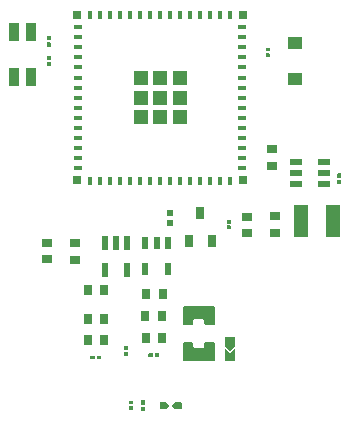
<source format=gbp>
G04*
G04 #@! TF.GenerationSoftware,Altium Limited,Altium Designer,24.2.2 (26)*
G04*
G04 Layer_Color=128*
%FSLAX44Y44*%
%MOMM*%
G71*
G04*
G04 #@! TF.SameCoordinates,B64C3CBE-EE26-4C86-9773-21E75D238B38*
G04*
G04*
G04 #@! TF.FilePolarity,Positive*
G04*
G01*
G75*
%ADD47R,1.2000X1.0000*%
%ADD48R,0.9000X1.5000*%
%ADD51R,0.8000X1.0000*%
%ADD53R,0.8000X0.4000*%
%ADD54R,0.4000X0.8000*%
%ADD55R,0.8000X0.8000*%
%ADD56R,1.2000X1.2000*%
%ADD57R,1.1000X0.5500*%
%ADD58R,1.3000X2.7200*%
%ADD59R,0.4900X1.1570*%
%ADD60R,0.4900X1.1750*%
%ADD62R,0.9000X0.8000*%
%ADD63R,0.6000X1.0000*%
%ADD64R,0.8000X0.9000*%
G36*
X83154Y412014D02*
Y408720D01*
X82914Y408480D01*
X80154D01*
X79914Y408720D01*
Y412014D01*
X80154Y412254D01*
X82914D01*
X83154Y412014D01*
D02*
G37*
G36*
Y406620D02*
Y403326D01*
X82914Y403086D01*
X80154D01*
X79914Y403326D01*
Y406620D01*
X80154Y406860D01*
X82914D01*
X83154Y406620D01*
D02*
G37*
G36*
X268574Y401963D02*
Y399322D01*
X268334Y399082D01*
X265574D01*
X265334Y399322D01*
Y401963D01*
X265574Y402203D01*
X268334D01*
X268574Y401963D01*
D02*
G37*
G36*
Y397222D02*
Y394581D01*
X268334Y394341D01*
X265574D01*
X265334Y394581D01*
Y397222D01*
X265574Y397462D01*
X268334D01*
X268574Y397222D01*
D02*
G37*
G36*
X83408Y394727D02*
Y392086D01*
X83168Y391846D01*
X80408D01*
X80168Y392086D01*
Y394727D01*
X80408Y394967D01*
X83168D01*
X83408Y394727D01*
D02*
G37*
G36*
Y389986D02*
Y387344D01*
X83168Y387104D01*
X80408D01*
X80168Y387344D01*
Y389986D01*
X80408Y390225D01*
X83168D01*
X83408Y389986D01*
D02*
G37*
G36*
X329280Y295682D02*
Y292388D01*
X329040Y292148D01*
X326280D01*
X326040Y292388D01*
Y295682D01*
X326280Y295922D01*
X329040D01*
X329280Y295682D01*
D02*
G37*
G36*
Y290288D02*
Y286994D01*
X329040Y286754D01*
X326280D01*
X326040Y286994D01*
Y290288D01*
X326280Y290528D01*
X329040D01*
X329280Y290288D01*
D02*
G37*
G36*
X186850Y264831D02*
Y259824D01*
X186450Y259424D01*
X181850D01*
X181450Y259824D01*
Y264831D01*
X181850Y265231D01*
X186450D01*
X186850Y264831D01*
D02*
G37*
G36*
X235554Y256292D02*
Y253650D01*
X235314Y253410D01*
X232554D01*
X232314Y253650D01*
Y256292D01*
X232554Y256532D01*
X235314D01*
X235554Y256292D01*
D02*
G37*
G36*
X186850Y256324D02*
Y251318D01*
X186450Y250918D01*
X181850D01*
X181450Y251318D01*
Y256324D01*
X181850Y256724D01*
X186450D01*
X186850Y256324D01*
D02*
G37*
G36*
X235554Y251550D02*
Y248909D01*
X235314Y248669D01*
X232554D01*
X232314Y248909D01*
Y251550D01*
X232554Y251791D01*
X235314D01*
X235554Y251550D01*
D02*
G37*
G36*
X222288Y182624D02*
Y168274D01*
X221288Y167274D01*
X214378D01*
X213378Y168274D01*
Y171833D01*
X212378Y172833D01*
X205198D01*
X204198Y171833D01*
Y168274D01*
X203198Y167274D01*
X196288D01*
X195288Y168274D01*
Y182624D01*
X196288Y183624D01*
X221288D01*
X222288Y182624D01*
D02*
G37*
G36*
Y152274D02*
Y137924D01*
X221288Y136924D01*
X196288D01*
X195288Y137924D01*
Y152274D01*
X196288Y153274D01*
X203198D01*
X204198Y152274D01*
Y148715D01*
X205198Y147715D01*
X212378D01*
X213378Y148715D01*
Y152274D01*
X214378Y153274D01*
X221288D01*
X222288Y152274D01*
D02*
G37*
G36*
X148686Y149233D02*
Y146592D01*
X148446Y146352D01*
X145686D01*
X145446Y146592D01*
Y149233D01*
X145686Y149473D01*
X148446D01*
X148686Y149233D01*
D02*
G37*
G36*
X239752Y149676D02*
X235180Y145485D01*
X230608Y149676D01*
Y157042D01*
X239752D01*
Y149676D01*
D02*
G37*
G36*
Y136722D02*
X230608D01*
Y147771D01*
X235180Y143580D01*
X239752Y147771D01*
Y136722D01*
D02*
G37*
G36*
X148686Y144492D02*
Y141851D01*
X148446Y141611D01*
X145686D01*
X145446Y141851D01*
Y144492D01*
X145686Y144732D01*
X148446D01*
X148686Y144492D01*
D02*
G37*
G36*
X175222Y143366D02*
Y140606D01*
X174982Y140366D01*
X171687D01*
X171447Y140606D01*
Y143366D01*
X171687Y143606D01*
X174982D01*
X175222Y143366D01*
D02*
G37*
G36*
X169827D02*
Y140606D01*
X169587Y140366D01*
X166293D01*
X166053Y140606D01*
Y143366D01*
X166293Y143606D01*
X169587D01*
X169827Y143366D01*
D02*
G37*
G36*
X125996Y141334D02*
Y138574D01*
X125756Y138334D01*
X122462D01*
X122222Y138574D01*
Y141334D01*
X122462Y141574D01*
X125756D01*
X125996Y141334D01*
D02*
G37*
G36*
X120602D02*
Y138574D01*
X120362Y138334D01*
X117068D01*
X116828Y138574D01*
Y141334D01*
X117068Y141574D01*
X120362D01*
X120602Y141334D01*
D02*
G37*
G36*
X153258Y103259D02*
Y100618D01*
X153018Y100378D01*
X150258D01*
X150018Y100618D01*
Y103259D01*
X150258Y103499D01*
X153018D01*
X153258Y103259D01*
D02*
G37*
G36*
X163418Y103658D02*
Y100364D01*
X163178Y100124D01*
X160418D01*
X160178Y100364D01*
Y103658D01*
X160418Y103898D01*
X163178D01*
X163418Y103658D01*
D02*
G37*
G36*
X194313Y101614D02*
Y97014D01*
X193913Y96614D01*
X188948D01*
X186262Y98450D01*
Y100178D01*
X188948Y102014D01*
X193913D01*
X194313Y101614D01*
D02*
G37*
G36*
X183562Y100178D02*
Y98450D01*
X180876Y96614D01*
X175911D01*
X175511Y97014D01*
Y101614D01*
X175911Y102014D01*
X180876D01*
X183562Y100178D01*
D02*
G37*
G36*
X153258Y98518D02*
Y95877D01*
X153018Y95637D01*
X150258D01*
X150018Y95877D01*
Y98518D01*
X150258Y98758D01*
X153018D01*
X153258Y98518D01*
D02*
G37*
G36*
X163418Y98264D02*
Y94970D01*
X163178Y94730D01*
X160418D01*
X160178Y94970D01*
Y98264D01*
X160418Y98504D01*
X163178D01*
X163418Y98264D01*
D02*
G37*
D47*
X289814Y375661D02*
D03*
Y406659D02*
D03*
D48*
X51935Y377749D02*
D03*
Y415747D02*
D03*
X66937D02*
D03*
Y377749D02*
D03*
D51*
X200558Y238944D02*
D03*
X210058Y261944D02*
D03*
X219558Y238944D02*
D03*
D53*
X245618Y419555D02*
D03*
Y411056D02*
D03*
Y402554D02*
D03*
Y394056D02*
D03*
Y385554D02*
D03*
Y377055D02*
D03*
Y368554D02*
D03*
Y360055D02*
D03*
Y351556D02*
D03*
Y343055D02*
D03*
Y334556D02*
D03*
Y326055D02*
D03*
Y317556D02*
D03*
Y309055D02*
D03*
Y300556D02*
D03*
X106116D02*
D03*
Y309055D02*
D03*
Y317556D02*
D03*
Y326055D02*
D03*
Y334556D02*
D03*
Y343055D02*
D03*
Y351556D02*
D03*
Y360055D02*
D03*
Y368554D02*
D03*
Y377055D02*
D03*
Y385554D02*
D03*
Y394056D02*
D03*
Y402554D02*
D03*
Y411056D02*
D03*
Y419555D02*
D03*
D54*
X235367Y289804D02*
D03*
X226868D02*
D03*
X218366D02*
D03*
X209867D02*
D03*
X201366D02*
D03*
X192867D02*
D03*
X184366D02*
D03*
X175867D02*
D03*
X167368D02*
D03*
X158867D02*
D03*
X150368D02*
D03*
X141867D02*
D03*
X133368D02*
D03*
X124866D02*
D03*
X116368D02*
D03*
Y430304D02*
D03*
X124866D02*
D03*
X133368D02*
D03*
X141867D02*
D03*
X150368D02*
D03*
X158867D02*
D03*
X167368D02*
D03*
X175867D02*
D03*
X184366D02*
D03*
X192867D02*
D03*
X201366D02*
D03*
X209867D02*
D03*
X218366D02*
D03*
X226868D02*
D03*
X235367D02*
D03*
D55*
X245867Y430055D02*
D03*
X105867D02*
D03*
X245867Y290055D02*
D03*
X105867D02*
D03*
D56*
X192367Y376555D02*
D03*
X175867D02*
D03*
X159367D02*
D03*
X192367Y360055D02*
D03*
X175867D02*
D03*
X159367D02*
D03*
X192367Y343555D02*
D03*
X175867D02*
D03*
X159367D02*
D03*
D57*
X314767Y286918D02*
D03*
Y296418D02*
D03*
Y305918D02*
D03*
X290769D02*
D03*
Y296418D02*
D03*
Y286918D02*
D03*
D58*
X322364Y255778D02*
D03*
X295364D02*
D03*
D59*
X129184Y236835D02*
D03*
X138684D02*
D03*
X148184D02*
D03*
D60*
Y213761D02*
D03*
X129184D02*
D03*
D62*
X249174Y259364D02*
D03*
Y245364D02*
D03*
X270510Y316117D02*
D03*
Y302119D02*
D03*
X272796Y259730D02*
D03*
Y245730D02*
D03*
X104140Y236870D02*
D03*
Y222870D02*
D03*
X80264Y237124D02*
D03*
Y223124D02*
D03*
D63*
X163474Y214551D02*
D03*
X182474D02*
D03*
X163474Y236553D02*
D03*
X182474D02*
D03*
X172974D02*
D03*
D64*
X164196Y193802D02*
D03*
X178196D02*
D03*
X177941Y156718D02*
D03*
X163943D02*
D03*
X114780Y172974D02*
D03*
X128778D02*
D03*
X114667Y154432D02*
D03*
X128665D02*
D03*
X177433Y175260D02*
D03*
X163435D02*
D03*
X128666Y197104D02*
D03*
X114666D02*
D03*
M02*

</source>
